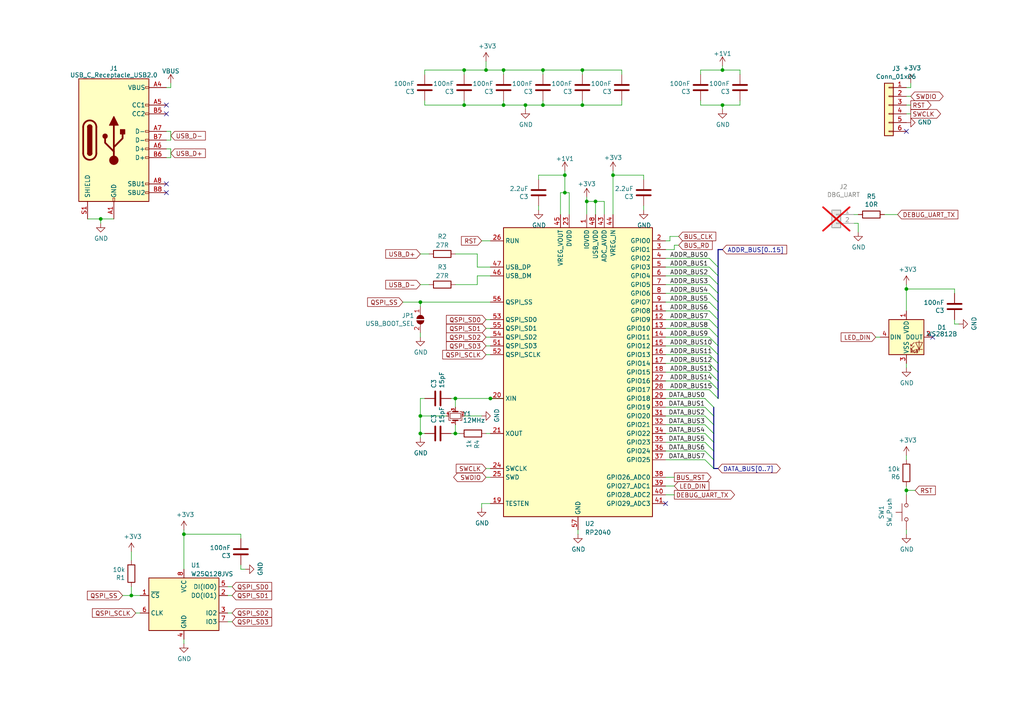
<source format=kicad_sch>
(kicad_sch (version 20230121) (generator eeschema)
  (paper "A4")
  (lib_symbols
    (symbol "Connector:USB_C_Receptacle_USB2.0" (pin_names (offset 1.016))
      (property "Reference" "J" (at -10.16 19.05 0))
      (property "Value" "USB_C_Receptacle_USB2.0" (at 19.05 19.05 0))
      (symbol "USB_C_Receptacle_USB2.0_0_0"
        (rectangle (start -0.254 -17.78) (end 0.254 -16.764))
        (rectangle (start 10.16 -14.986) (end 9.144 -15.494))
        (rectangle (start 10.16 -12.446) (end 9.144 -12.954))
        (rectangle (start 10.16 -4.826) (end 9.144 -5.334))
        (rectangle (start 10.16 -2.286) (end 9.144 -2.794))
        (rectangle (start 10.16 0.254) (end 9.144 -0.254))
        (rectangle (start 10.16 2.794) (end 9.144 2.286))
        (rectangle (start 10.16 7.874) (end 9.144 7.366))
        (rectangle (start 10.16 10.414) (end 9.144 9.906))
        (rectangle (start 10.16 15.494) (end 9.144 14.986))
      )
      (symbol "USB_C_Receptacle_USB2.0_0_1"
        (rectangle (start -10.16 17.78) (end 10.16 -17.78) (stroke (width 0.254)) (fill (type background)))
        (arc (start -8.89 -3.81) (mid -6.985 -5.7067) (end -5.08 -3.81) (stroke (width 0.508)))
        (arc (start -7.62 -3.81) (mid -6.985 -4.4423) (end -6.35 -3.81) (stroke (width 0.254)))
        (arc (start -7.62 -3.81) (mid -6.985 -4.4423) (end -6.35 -3.81) (stroke (width 0.254)) (fill (type outline)))
        (rectangle (start -7.62 -3.81) (end -6.35 3.81) (stroke (width 0.254)) (fill (type outline)))
        (arc (start -6.35 3.81) (mid -6.985 4.4423) (end -7.62 3.81) (stroke (width 0.254)))
        (arc (start -6.35 3.81) (mid -6.985 4.4423) (end -7.62 3.81) (stroke (width 0.254)) (fill (type outline)))
        (arc (start -5.08 3.81) (mid -6.985 5.7067) (end -8.89 3.81) (stroke (width 0.508)))
        (circle (center -2.54 1.143) (radius 0.635) (stroke (width 0.254)) (fill (type outline)))
        (circle (center 0 -5.842) (radius 1.27) (fill (type outline)))
        (polyline (pts (xy -8.89 -3.81) (xy -8.89 3.81)) (stroke (width 0.508)))
        (polyline (pts (xy -5.08 3.81) (xy -5.08 -3.81)) (stroke (width 0.508)))
        (polyline (pts (xy 0 -5.842) (xy 0 4.318)) (stroke (width 0.508)))
        (polyline (pts (xy 0 -3.302) (xy -2.54 -0.762) (xy -2.54 0.508)) (stroke (width 0.508)))
        (polyline (pts (xy 0 -2.032) (xy 2.54 0.508) (xy 2.54 1.778)) (stroke (width 0.508)))
        (polyline (pts (xy -1.27 4.318) (xy 0 6.858) (xy 1.27 4.318) (xy -1.27 4.318)) (stroke (width 0.254)) (fill (type outline)))
        (rectangle (start 1.905 1.778) (end 3.175 3.048) (stroke (width 0.254)) (fill (type outline)))
      )
      (symbol "USB_C_Receptacle_USB2.0_1_1"
        (pin passive line (at 0 -22.86 90) (length 5.08) (name "GND") (number "A1"))
        (pin passive line (at 0 -22.86 90) (length 5.08) hide (name "GND") (number "A12"))
        (pin passive line (at 15.24 15.24 180) (length 5.08) (name "VBUS") (number "A4"))
        (pin bidirectional line (at 15.24 10.16 180) (length 5.08) (name "CC1") (number "A5"))
        (pin bidirectional line (at 15.24 -2.54 180) (length 5.08) (name "D+") (number "A6"))
        (pin bidirectional line (at 15.24 2.54 180) (length 5.08) (name "D-") (number "A7"))
        (pin bidirectional line (at 15.24 -12.7 180) (length 5.08) (name "SBU1") (number "A8"))
        (pin passive line (at 15.24 15.24 180) (length 5.08) hide (name "VBUS") (number "A9"))
        (pin passive line (at 0 -22.86 90) (length 5.08) hide (name "GND") (number "B1"))
        (pin passive line (at 0 -22.86 90) (length 5.08) hide (name "GND") (number "B12"))
        (pin passive line (at 15.24 15.24 180) (length 5.08) hide (name "VBUS") (number "B4"))
        (pin bidirectional line (at 15.24 7.62 180) (length 5.08) (name "CC2") (number "B5"))
        (pin bidirectional line (at 15.24 -5.08 180) (length 5.08) (name "D+") (number "B6"))
        (pin bidirectional line (at 15.24 0 180) (length 5.08) (name "D-") (number "B7"))
        (pin bidirectional line (at 15.24 -15.24 180) (length 5.08) (name "SBU2") (number "B8"))
        (pin passive line (at 15.24 15.24 180) (length 5.08) hide (name "VBUS") (number "B9"))
        (pin passive line (at -7.62 -22.86 90) (length 5.08) (name "SHIELD") (number "S1"))
      )
    )
    (symbol "Connector_Generic:Conn_01x02" (pin_names (offset 1.016) hide)
      (property "Reference" "J" (at 0 2.54 0))
      (property "Value" "Conn_01x02" (at 0 -5.08 0))
      (symbol "Conn_01x02_1_1"
        (rectangle (start -1.27 -2.413) (end 0 -2.667) (stroke (width 0.1524)))
        (rectangle (start -1.27 0.127) (end 0 -0.127) (stroke (width 0.1524)))
        (rectangle (start -1.27 1.27) (end 1.27 -3.81) (stroke (width 0.254)) (fill (type background)))
        (pin passive line (at -5.08 0 0) (length 3.81) (name "Pin_1") (number "1"))
        (pin passive line (at -5.08 -2.54 0) (length 3.81) (name "Pin_2") (number "2"))
      )
    )
    (symbol "Connector_Generic:Conn_01x06" (pin_names (offset 1.016) hide)
      (property "Reference" "J" (at 0 7.62 0))
      (property "Value" "Conn_01x06" (at 0 -10.16 0))
      (symbol "Conn_01x06_1_1"
        (rectangle (start -1.27 -7.493) (end 0 -7.747) (stroke (width 0.1524)))
        (rectangle (start -1.27 -4.953) (end 0 -5.207) (stroke (width 0.1524)))
        (rectangle (start -1.27 -2.413) (end 0 -2.667) (stroke (width 0.1524)))
        (rectangle (start -1.27 0.127) (end 0 -0.127) (stroke (width 0.1524)))
        (rectangle (start -1.27 2.667) (end 0 2.413) (stroke (width 0.1524)))
        (rectangle (start -1.27 5.207) (end 0 4.953) (stroke (width 0.1524)))
        (rectangle (start -1.27 6.35) (end 1.27 -8.89) (stroke (width 0.254)) (fill (type background)))
        (pin passive line (at -5.08 5.08 0) (length 3.81) (name "Pin_1") (number "1"))
        (pin passive line (at -5.08 2.54 0) (length 3.81) (name "Pin_2") (number "2"))
        (pin passive line (at -5.08 0 0) (length 3.81) (name "Pin_3") (number "3"))
        (pin passive line (at -5.08 -2.54 0) (length 3.81) (name "Pin_4") (number "4"))
        (pin passive line (at -5.08 -5.08 0) (length 3.81) (name "Pin_5") (number "5"))
        (pin passive line (at -5.08 -7.62 0) (length 3.81) (name "Pin_6") (number "6"))
      )
    )
    (symbol "Device:C" (pin_numbers hide) (pin_names (offset 0.254))
      (property "Reference" "C" (at 0.635 2.54 0))
      (property "Value" "C" (at 0.635 -2.54 0))
      (symbol "C_0_1"
        (polyline (pts (xy -2.032 -0.762) (xy 2.032 -0.762)) (stroke (width 0.508)))
        (polyline (pts (xy -2.032 0.762) (xy 2.032 0.762)) (stroke (width 0.508)))
      )
      (symbol "C_1_1"
        (pin passive line (at 0 3.81 270) (length 2.794) (name "~") (number "1"))
        (pin passive line (at 0 -3.81 90) (length 2.794) (name "~") (number "2"))
      )
    )
    (symbol "Device:Crystal_GND24_Small" (pin_names (offset 1.016) hide)
      (property "Reference" "Y" (at 1.27 4.445 0))
      (property "Value" "Crystal_GND24_Small" (at 1.27 2.54 0))
      (symbol "Crystal_GND24_Small_0_1"
        (rectangle (start -0.762 -1.524) (end 0.762 1.524))
        (polyline (pts (xy -1.27 -0.762) (xy -1.27 0.762)) (stroke (width 0.381)))
        (polyline (pts (xy 1.27 -0.762) (xy 1.27 0.762)) (stroke (width 0.381)))
        (polyline (pts (xy -1.27 -1.27) (xy -1.27 -1.905) (xy 1.27 -1.905) (xy 1.27 -1.27)))
        (polyline (pts (xy -1.27 1.27) (xy -1.27 1.905) (xy 1.27 1.905) (xy 1.27 1.27)))
      )
      (symbol "Crystal_GND24_Small_1_1"
        (pin passive line (at -2.54 0 0) (length 1.27) (name "1") (number "1"))
        (pin passive line (at 0 -2.54 90) (length 0.635) (name "2") (number "2"))
        (pin passive line (at 2.54 0 180) (length 1.27) (name "3") (number "3"))
        (pin passive line (at 0 2.54 270) (length 0.635) (name "4") (number "4"))
      )
    )
    (symbol "Device:R" (pin_numbers hide) (pin_names (offset 0))
      (property "Reference" "R" (at 2.032 0 90))
      (property "Value" "R" (at 0 0 90))
      (symbol "R_0_1"
        (rectangle (start -1.016 -2.54) (end 1.016 2.54) (stroke (width 0.254)))
      )
      (symbol "R_1_1"
        (pin passive line (at 0 3.81 270) (length 1.27) (name "~") (number "1"))
        (pin passive line (at 0 -3.81 90) (length 1.27) (name "~") (number "2"))
      )
    )
    (symbol "Jumper:SolderJumper_2_Open" (pin_names (offset 0) hide)
      (property "Reference" "JP" (at 0 2.032 0))
      (property "Value" "SolderJumper_2_Open" (at 0 -2.54 0))
      (symbol "SolderJumper_2_Open_0_1"
        (arc (start -0.254 1.016) (mid -1.2656 0) (end -0.254 -1.016))
        (arc (start -0.254 1.016) (mid -1.2656 0) (end -0.254 -1.016) (fill (type outline)))
        (polyline (pts (xy -0.254 1.016) (xy -0.254 -1.016)))
        (polyline (pts (xy 0.254 1.016) (xy 0.254 -1.016)))
        (arc (start 0.254 -1.016) (mid 1.2656 0) (end 0.254 1.016))
        (arc (start 0.254 -1.016) (mid 1.2656 0) (end 0.254 1.016) (fill (type outline)))
      )
      (symbol "SolderJumper_2_Open_1_1"
        (pin passive line (at -3.81 0 0) (length 2.54) (name "A") (number "1"))
        (pin passive line (at 3.81 0 180) (length 2.54) (name "B") (number "2"))
      )
    )
    (symbol "LED:WS2812B" (pin_names (offset 0.254))
      (property "Reference" "D" (at 5.08 5.715 0))
      (property "Value" "WS2812B" (at 1.27 -5.715 0))
      (symbol "WS2812B_0_0"
        (text "RGB" (at 2.286 -4.191 0) (effects (font (size 0.762 0.762))))
      )
      (symbol "WS2812B_0_1"
        (polyline (pts (xy 1.27 -3.556) (xy 1.778 -3.556)))
        (polyline (pts (xy 1.27 -2.54) (xy 1.778 -2.54)))
        (polyline (pts (xy 4.699 -3.556) (xy 2.667 -3.556)))
        (polyline (pts (xy 2.286 -2.54) (xy 1.27 -3.556) (xy 1.27 -3.048)))
        (polyline (pts (xy 2.286 -1.524) (xy 1.27 -2.54) (xy 1.27 -2.032)))
        (polyline (pts (xy 3.683 -1.016) (xy 3.683 -3.556) (xy 3.683 -4.064)))
        (polyline (pts (xy 4.699 -1.524) (xy 2.667 -1.524) (xy 3.683 -3.556) (xy 4.699 -1.524)))
        (rectangle (start 5.08 5.08) (end -5.08 -5.08) (stroke (width 0.254)) (fill (type background)))
      )
      (symbol "WS2812B_1_1"
        (pin power_in line (at 0 7.62 270) (length 2.54) (name "VDD") (number "1"))
        (pin output line (at 7.62 0 180) (length 2.54) (name "DOUT") (number "2"))
        (pin power_in line (at 0 -7.62 90) (length 2.54) (name "VSS") (number "3"))
        (pin input line (at -7.62 0 0) (length 2.54) (name "DIN") (number "4"))
      )
    )
    (symbol "MCU_RaspberryPi:RP2040"
      (property "Reference" "U" (at 17.78 45.72 0))
      (property "Value" "RP2040" (at 17.78 43.18 0))
      (symbol "RP2040_0_1"
        (rectangle (start -21.59 41.91) (end 21.59 -41.91) (stroke (width 0.254)) (fill (type background)))
      )
      (symbol "RP2040_1_1"
        (pin power_in line (at 2.54 45.72 270) (length 3.81) (name "IOVDD") (number "1"))
        (pin passive line (at 2.54 45.72 270) (length 3.81) hide (name "IOVDD") (number "10"))
        (pin bidirectional line (at 25.4 17.78 180) (length 3.81) (name "GPIO8") (number "11"))
        (pin bidirectional line (at 25.4 15.24 180) (length 3.81) (name "GPIO9") (number "12"))
        (pin bidirectional line (at 25.4 12.7 180) (length 3.81) (name "GPIO10") (number "13"))
        (pin bidirectional line (at 25.4 10.16 180) (length 3.81) (name "GPIO11") (number "14"))
        (pin bidirectional line (at 25.4 7.62 180) (length 3.81) (name "GPIO12") (number "15"))
        (pin bidirectional line (at 25.4 5.08 180) (length 3.81) (name "GPIO13") (number "16"))
        (pin bidirectional line (at 25.4 2.54 180) (length 3.81) (name "GPIO14") (number "17"))
        (pin bidirectional line (at 25.4 0 180) (length 3.81) (name "GPIO15") (number "18"))
        (pin input line (at -25.4 -38.1 0) (length 3.81) (name "TESTEN") (number "19"))
        (pin bidirectional line (at 25.4 38.1 180) (length 3.81) (name "GPIO0") (number "2"))
        (pin input line (at -25.4 -7.62 0) (length 3.81) (name "XIN") (number "20"))
        (pin passive line (at -25.4 -17.78 0) (length 3.81) (name "XOUT") (number "21"))
        (pin passive line (at 2.54 45.72 270) (length 3.81) hide (name "IOVDD") (number "22"))
        (pin power_in line (at -2.54 45.72 270) (length 3.81) (name "DVDD") (number "23"))
        (pin output line (at -25.4 -27.94 0) (length 3.81) (name "SWCLK") (number "24"))
        (pin bidirectional line (at -25.4 -30.48 0) (length 3.81) (name "SWD") (number "25"))
        (pin input line (at -25.4 38.1 0) (length 3.81) (name "RUN") (number "26"))
        (pin bidirectional line (at 25.4 -2.54 180) (length 3.81) (name "GPIO16") (number "27"))
        (pin bidirectional line (at 25.4 -5.08 180) (length 3.81) (name "GPIO17") (number "28"))
        (pin bidirectional line (at 25.4 -7.62 180) (length 3.81) (name "GPIO18") (number "29"))
        (pin bidirectional line (at 25.4 35.56 180) (length 3.81) (name "GPIO1") (number "3"))
        (pin bidirectional line (at 25.4 -10.16 180) (length 3.81) (name "GPIO19") (number "30"))
        (pin bidirectional line (at 25.4 -12.7 180) (length 3.81) (name "GPIO20") (number "31"))
        (pin bidirectional line (at 25.4 -15.24 180) (length 3.81) (name "GPIO21") (number "32"))
        (pin passive line (at 2.54 45.72 270) (length 3.81) hide (name "IOVDD") (number "33"))
        (pin bidirectional line (at 25.4 -17.78 180) (length 3.81) (name "GPIO22") (number "34"))
        (pin bidirectional line (at 25.4 -20.32 180) (length 3.81) (name "GPIO23") (number "35"))
        (pin bidirectional line (at 25.4 -22.86 180) (length 3.81) (name "GPIO24") (number "36"))
        (pin bidirectional line (at 25.4 -25.4 180) (length 3.81) (name "GPIO25") (number "37"))
        (pin bidirectional line (at 25.4 -30.48 180) (length 3.81) (name "GPIO26_ADC0") (number "38"))
        (pin bidirectional line (at 25.4 -33.02 180) (length 3.81) (name "GPIO27_ADC1") (number "39"))
        (pin bidirectional line (at 25.4 33.02 180) (length 3.81) (name "GPIO2") (number "4"))
        (pin bidirectional line (at 25.4 -35.56 180) (length 3.81) (name "GPIO28_ADC2") (number "40"))
        (pin bidirectional line (at 25.4 -38.1 180) (length 3.81) (name "GPIO29_ADC3") (number "41"))
        (pin passive line (at 2.54 45.72 270) (length 3.81) hide (name "IOVDD") (number "42"))
        (pin power_in line (at 7.62 45.72 270) (length 3.81) (name "ADC_AVDD") (number "43"))
        (pin power_in line (at 10.16 45.72 270) (length 3.81) (name "VREG_IN") (number "44"))
        (pin power_out line (at -5.08 45.72 270) (length 3.81) (name "VREG_VOUT") (number "45"))
        (pin bidirectional line (at -25.4 27.94 0) (length 3.81) (name "USB_DM") (number "46"))
        (pin bidirectional line (at -25.4 30.48 0) (length 3.81) (name "USB_DP") (number "47"))
        (pin power_in line (at 5.08 45.72 270) (length 3.81) (name "USB_VDD") (number "48"))
        (pin passive line (at 2.54 45.72 270) (length 3.81) hide (name "IOVDD") (number "49"))
        (pin bidirectional line (at 25.4 30.48 180) (length 3.81) (name "GPIO3") (number "5"))
        (pin passive line (at -2.54 45.72 270) (length 3.81) hide (name "DVDD") (number "50"))
        (pin bidirectional line (at -25.4 7.62 0) (length 3.81) (name "QSPI_SD3") (number "51"))
        (pin output line (at -25.4 5.08 0) (length 3.81) (name "QSPI_SCLK") (number "52"))
        (pin bidirectional line (at -25.4 15.24 0) (length 3.81) (name "QSPI_SD0") (number "53"))
        (pin bidirectional line (at -25.4 10.16 0) (length 3.81) (name "QSPI_SD2") (number "54"))
        (pin bidirectional line (at -25.4 12.7 0) (length 3.81) (name "QSPI_SD1") (number "55"))
        (pin bidirectional line (at -25.4 20.32 0) (length 3.81) (name "QSPI_SS") (number "56"))
        (pin power_in line (at 0 -45.72 90) (length 3.81) (name "GND") (number "57"))
        (pin bidirectional line (at 25.4 27.94 180) (length 3.81) (name "GPIO4") (number "6"))
        (pin bidirectional line (at 25.4 25.4 180) (length 3.81) (name "GPIO5") (number "7"))
        (pin bidirectional line (at 25.4 22.86 180) (length 3.81) (name "GPIO6") (number "8"))
        (pin bidirectional line (at 25.4 20.32 180) (length 3.81) (name "GPIO7") (number "9"))
      )
    )
    (symbol "Memory_Flash:W25Q128JVS"
      (property "Reference" "U" (at -8.89 8.89 0))
      (property "Value" "W25Q128JVS" (at 7.62 8.89 0))
      (symbol "W25Q128JVS_0_1"
        (rectangle (start -10.16 7.62) (end 10.16 -7.62) (stroke (width 0.254)) (fill (type background)))
      )
      (symbol "W25Q128JVS_1_1"
        (pin input line (at -12.7 2.54 0) (length 2.54) (name "~{CS}") (number "1"))
        (pin bidirectional line (at 12.7 2.54 180) (length 2.54) (name "DO(IO1)") (number "2"))
        (pin bidirectional line (at 12.7 -2.54 180) (length 2.54) (name "IO2") (number "3"))
        (pin power_in line (at 0 -10.16 90) (length 2.54) (name "GND") (number "4"))
        (pin bidirectional line (at 12.7 5.08 180) (length 2.54) (name "DI(IO0)") (number "5"))
        (pin input line (at -12.7 -2.54 0) (length 2.54) (name "CLK") (number "6"))
        (pin bidirectional line (at 12.7 -5.08 180) (length 2.54) (name "IO3") (number "7"))
        (pin power_in line (at 0 10.16 270) (length 2.54) (name "VCC") (number "8"))
      )
    )
    (symbol "Switch:SW_Push" (pin_numbers hide) (pin_names (offset 1.016) hide)
      (property "Reference" "SW" (at 1.27 2.54 0))
      (property "Value" "SW_Push" (at 0 -1.524 0))
      (symbol "SW_Push_0_1"
        (circle (center -2.032 0) (radius 0.508))
        (polyline (pts (xy 0 1.27) (xy 0 3.048)))
        (polyline (pts (xy 2.54 1.27) (xy -2.54 1.27)))
        (circle (center 2.032 0) (radius 0.508))
        (pin passive line (at -5.08 0 0) (length 2.54) (name "1") (number "1"))
        (pin passive line (at 5.08 0 180) (length 2.54) (name "2") (number "2"))
      )
    )
    (symbol "power:+1V1" (power) (pin_names (offset 0))
      (property "Value" "+1V1" (at 0 3.556 0))
      (symbol "+1V1_0_1"
        (polyline (pts (xy -0.762 1.27) (xy 0 2.54)))
        (polyline (pts (xy 0 0) (xy 0 2.54)))
        (polyline (pts (xy 0 2.54) (xy 0.762 1.27)))
      )
      (symbol "+1V1_1_1"
        (pin power_in line (at 0 0 90) (length 0) hide (name "+1V1") (number "1"))
      )
    )
    (symbol "power:+3V3" (power) (pin_names (offset 0))
      (property "Value" "+3V3" (at 0 3.556 0))
      (symbol "+3V3_0_1"
        (polyline (pts (xy -0.762 1.27) (xy 0 2.54)))
        (polyline (pts (xy 0 0) (xy 0 2.54)))
        (polyline (pts (xy 0 2.54) (xy 0.762 1.27)))
      )
      (symbol "+3V3_1_1"
        (pin power_in line (at 0 0 90) (length 0) hide (name "+3V3") (number "1"))
      )
    )
    (symbol "power:GND" (power) (pin_names (offset 0))
      (property "Value" "GND" (at 0 -3.81 0))
      (symbol "GND_0_1"
        (polyline (pts (xy 0 0) (xy 0 -1.27) (xy 1.27 -1.27) (xy 0 -2.54) (xy -1.27 -1.27) (xy 0 -1.27)))
      )
      (symbol "GND_1_1"
        (pin power_in line (at 0 0 270) (length 0) hide (name "GND") (number "1"))
      )
    )
    (symbol "power:VBUS" (power) (pin_names (offset 0))
      (property "Value" "VBUS" (at 0 3.81 0))
      (symbol "VBUS_0_1"
        (polyline (pts (xy -0.762 1.27) (xy 0 2.54)))
        (polyline (pts (xy 0 0) (xy 0 2.54)))
        (polyline (pts (xy 0 2.54) (xy 0.762 1.27)))
      )
      (symbol "VBUS_1_1"
        (pin power_in line (at 0 0 90) (length 0) hide (name "VBUS") (number "1"))
      )
    )
  )
  (junction (at 163.83 50.8))
  (junction (at 121.92 120.65))
  (junction (at 38.1 172.72))
  (junction (at 53.34 154.94))
  (junction (at 170.18 58.42))
  (junction (at 168.91 30.48))
  (junction (at 121.92 125.73))
  (junction (at 134.62 30.48))
  (junction (at 209.55 30.48))
  (junction (at 163.83 55.88))
  (junction (at 152.4 30.48))
  (junction (at 134.62 20.32))
  (junction (at 157.48 20.32))
  (junction (at 262.89 83.82))
  (junction (at 146.05 30.48))
  (junction (at 168.91 20.32))
  (junction (at 262.89 142.24))
  (junction (at 209.55 20.32))
  (junction (at 172.72 58.42))
  (junction (at 140.97 20.32))
  (junction (at 29.21 63.5))
  (junction (at 142.24 115.57))
  (junction (at 146.05 20.32))
  (junction (at 132.08 115.57))
  (junction (at 177.8 50.8))
  (junction (at 132.08 125.73))
  (junction (at 157.48 30.48))
  (junction (at 121.92 87.63))
  (no_connect (at 270.51 97.79))
  (no_connect (at 48.26 53.34))
  (no_connect (at 262.89 38.1))
  (no_connect (at 193.04 146.05))
  (no_connect (at 48.26 55.88))
  (no_connect (at 48.26 33.02))
  (no_connect (at 48.26 30.48))
  (bus_entry (at 204.47 125.73) (size 2.54 2.54))
  (bus_entry (at 205.74 100.33) (size 2.54 2.54))
  (bus_entry (at 205.74 110.49) (size 2.54 2.54))
  (bus_entry (at 204.47 120.65) (size 2.54 2.54))
  (bus_entry (at 205.74 85.09) (size 2.54 2.54))
  (bus_entry (at 205.74 105.41) (size 2.54 2.54))
  (bus_entry (at 205.74 113.03) (size 2.54 2.54))
  (bus_entry (at 205.74 97.79) (size 2.54 2.54))
  (bus_entry (at 204.47 118.11) (size 2.54 2.54))
  (bus_entry (at 204.47 128.27) (size 2.54 2.54))
  (bus_entry (at 204.47 130.81) (size 2.54 2.54))
  (bus_entry (at 205.74 102.87) (size 2.54 2.54))
  (bus_entry (at 205.74 77.47) (size 2.54 2.54))
  (bus_entry (at 205.74 90.17) (size 2.54 2.54))
  (bus_entry (at 204.47 123.19) (size 2.54 2.54))
  (bus_entry (at 204.47 115.57) (size 2.54 2.54))
  (bus_entry (at 205.74 92.71) (size 2.54 2.54))
  (bus_entry (at 205.74 95.25) (size 2.54 2.54))
  (bus_entry (at 204.47 133.35) (size 2.54 2.54))
  (bus_entry (at 205.74 107.95) (size 2.54 2.54))
  (bus_entry (at 205.74 80.01) (size 2.54 2.54))
  (bus_entry (at 205.74 87.63) (size 2.54 2.54))
  (bus_entry (at 205.74 74.93) (size 2.54 2.54))
  (bus_entry (at 205.74 82.55) (size 2.54 2.54))
  (bus (pts (xy 208.28 102.87) (xy 208.28 105.41)))
  (bus (pts (xy 208.28 110.49) (xy 208.28 113.03)))
  (wire (pts (xy 193.04 87.63) (xy 205.74 87.63)))
  (wire (pts (xy 140.97 20.32) (xy 146.05 20.32)))
  (wire (pts (xy 48.26 45.72) (xy 49.53 45.72)))
  (wire (pts (xy 140.97 17.78) (xy 140.97 20.32)))
  (wire (pts (xy 140.97 135.89) (xy 142.24 135.89)))
  (bus (pts (xy 207.01 133.35) (xy 207.01 135.89)))
  (bus (pts (xy 208.28 72.39) (xy 209.55 72.39)))
  (wire (pts (xy 193.04 100.33) (xy 205.74 100.33)))
  (wire (pts (xy 121.92 87.63) (xy 121.92 88.9)))
  (wire (pts (xy 66.04 180.34) (xy 67.31 180.34)))
  (wire (pts (xy 140.97 138.43) (xy 142.24 138.43)))
  (wire (pts (xy 168.91 30.48) (xy 180.34 30.48)))
  (wire (pts (xy 209.55 30.48) (xy 209.55 31.75)))
  (wire (pts (xy 262.89 132.08) (xy 262.89 133.35)))
  (wire (pts (xy 157.48 20.32) (xy 157.48 21.59)))
  (wire (pts (xy 152.4 30.48) (xy 152.4 31.75)))
  (wire (pts (xy 138.43 73.66) (xy 138.43 77.47)))
  (bus (pts (xy 207.01 123.19) (xy 207.01 125.73)))
  (wire (pts (xy 180.34 29.21) (xy 180.34 30.48)))
  (wire (pts (xy 132.08 125.73) (xy 133.35 125.73)))
  (wire (pts (xy 157.48 20.32) (xy 168.91 20.32)))
  (wire (pts (xy 69.85 154.94) (xy 69.85 156.21)))
  (wire (pts (xy 146.05 29.21) (xy 146.05 30.48)))
  (wire (pts (xy 209.55 19.05) (xy 209.55 20.32)))
  (bus (pts (xy 208.28 95.25) (xy 208.28 97.79)))
  (wire (pts (xy 140.97 125.73) (xy 142.24 125.73)))
  (wire (pts (xy 49.53 25.4) (xy 49.53 24.13)))
  (wire (pts (xy 196.85 68.58) (xy 194.31 68.58)))
  (wire (pts (xy 157.48 29.21) (xy 157.48 30.48)))
  (wire (pts (xy 53.34 153.67) (xy 53.34 154.94)))
  (wire (pts (xy 163.83 55.88) (xy 165.1 55.88)))
  (wire (pts (xy 193.04 92.71) (xy 205.74 92.71)))
  (wire (pts (xy 193.04 118.11) (xy 204.47 118.11)))
  (bus (pts (xy 208.28 77.47) (xy 208.28 80.01)))
  (bus (pts (xy 207.01 118.11) (xy 207.01 120.65)))
  (wire (pts (xy 276.86 93.98) (xy 278.13 93.98)))
  (wire (pts (xy 121.92 120.65) (xy 121.92 115.57)))
  (wire (pts (xy 172.72 58.42) (xy 175.26 58.42)))
  (wire (pts (xy 170.18 58.42) (xy 170.18 57.15)))
  (wire (pts (xy 193.04 80.01) (xy 205.74 80.01)))
  (bus (pts (xy 208.28 135.89) (xy 207.01 135.89)))
  (wire (pts (xy 193.04 97.79) (xy 205.74 97.79)))
  (wire (pts (xy 121.92 96.52) (xy 121.92 97.79)))
  (wire (pts (xy 177.8 50.8) (xy 186.69 50.8)))
  (bus (pts (xy 207.01 125.73) (xy 207.01 128.27)))
  (wire (pts (xy 25.4 63.5) (xy 29.21 63.5)))
  (wire (pts (xy 209.55 20.32) (xy 214.63 20.32)))
  (wire (pts (xy 69.85 165.1) (xy 71.12 165.1)))
  (wire (pts (xy 193.04 82.55) (xy 205.74 82.55)))
  (wire (pts (xy 265.43 142.24) (xy 262.89 142.24)))
  (wire (pts (xy 170.18 58.42) (xy 172.72 58.42)))
  (wire (pts (xy 157.48 30.48) (xy 168.91 30.48)))
  (wire (pts (xy 193.04 90.17) (xy 205.74 90.17)))
  (wire (pts (xy 193.04 107.95) (xy 205.74 107.95)))
  (wire (pts (xy 247.65 64.77) (xy 248.92 64.77)))
  (wire (pts (xy 49.53 38.1) (xy 49.53 40.64)))
  (wire (pts (xy 195.58 71.12) (xy 196.85 71.12)))
  (wire (pts (xy 163.83 50.8) (xy 163.83 55.88)))
  (wire (pts (xy 140.97 102.87) (xy 142.24 102.87)))
  (wire (pts (xy 168.91 29.21) (xy 168.91 30.48)))
  (wire (pts (xy 168.91 20.32) (xy 180.34 20.32)))
  (wire (pts (xy 53.34 185.42) (xy 53.34 186.69)))
  (wire (pts (xy 38.1 170.18) (xy 38.1 172.72)))
  (wire (pts (xy 167.64 153.67) (xy 167.64 154.94)))
  (wire (pts (xy 38.1 160.02) (xy 38.1 162.56)))
  (wire (pts (xy 132.08 115.57) (xy 132.08 118.11)))
  (wire (pts (xy 38.1 172.72) (xy 40.64 172.72)))
  (wire (pts (xy 53.34 154.94) (xy 69.85 154.94)))
  (wire (pts (xy 170.18 62.23) (xy 170.18 58.42)))
  (wire (pts (xy 203.2 30.48) (xy 209.55 30.48)))
  (wire (pts (xy 132.08 82.55) (xy 138.43 82.55)))
  (wire (pts (xy 39.37 177.8) (xy 40.64 177.8)))
  (wire (pts (xy 256.54 62.23) (xy 260.35 62.23)))
  (wire (pts (xy 48.26 25.4) (xy 49.53 25.4)))
  (wire (pts (xy 121.92 125.73) (xy 121.92 120.65)))
  (wire (pts (xy 193.04 72.39) (xy 195.58 72.39)))
  (wire (pts (xy 134.62 20.32) (xy 134.62 21.59)))
  (wire (pts (xy 186.69 59.69) (xy 186.69 60.96)))
  (wire (pts (xy 163.83 49.53) (xy 163.83 50.8)))
  (wire (pts (xy 121.92 120.65) (xy 129.54 120.65)))
  (wire (pts (xy 132.08 73.66) (xy 138.43 73.66)))
  (wire (pts (xy 262.89 140.97) (xy 262.89 142.24)))
  (wire (pts (xy 123.19 20.32) (xy 134.62 20.32)))
  (wire (pts (xy 177.8 49.53) (xy 177.8 50.8)))
  (wire (pts (xy 142.24 146.05) (xy 139.7 146.05)))
  (wire (pts (xy 254 97.79) (xy 255.27 97.79)))
  (wire (pts (xy 203.2 29.21) (xy 203.2 30.48)))
  (wire (pts (xy 146.05 20.32) (xy 146.05 21.59)))
  (wire (pts (xy 140.97 97.79) (xy 142.24 97.79)))
  (bus (pts (xy 208.28 72.39) (xy 208.28 77.47)))
  (wire (pts (xy 130.81 115.57) (xy 132.08 115.57)))
  (wire (pts (xy 276.86 92.71) (xy 276.86 93.98)))
  (bus (pts (xy 208.28 107.95) (xy 208.28 110.49)))
  (bus (pts (xy 208.28 97.79) (xy 208.28 100.33)))
  (wire (pts (xy 195.58 72.39) (xy 195.58 71.12)))
  (wire (pts (xy 248.92 67.31) (xy 248.92 64.77)))
  (wire (pts (xy 134.62 29.21) (xy 134.62 30.48)))
  (wire (pts (xy 264.16 25.4) (xy 264.16 24.13)))
  (wire (pts (xy 165.1 55.88) (xy 165.1 62.23)))
  (wire (pts (xy 140.97 100.33) (xy 142.24 100.33)))
  (wire (pts (xy 152.4 30.48) (xy 157.48 30.48)))
  (wire (pts (xy 139.7 146.05) (xy 139.7 147.32)))
  (wire (pts (xy 69.85 163.83) (xy 69.85 165.1)))
  (wire (pts (xy 66.04 170.18) (xy 67.31 170.18)))
  (bus (pts (xy 208.28 92.71) (xy 208.28 95.25)))
  (wire (pts (xy 193.04 110.49) (xy 205.74 110.49)))
  (wire (pts (xy 262.89 105.41) (xy 262.89 106.68)))
  (wire (pts (xy 247.65 62.23) (xy 248.92 62.23)))
  (bus (pts (xy 208.28 82.55) (xy 208.28 85.09)))
  (wire (pts (xy 134.62 20.32) (xy 140.97 20.32)))
  (wire (pts (xy 262.89 142.24) (xy 262.89 143.51)))
  (wire (pts (xy 193.04 115.57) (xy 204.47 115.57)))
  (wire (pts (xy 146.05 30.48) (xy 134.62 30.48)))
  (wire (pts (xy 214.63 20.32) (xy 214.63 21.59)))
  (wire (pts (xy 262.89 33.02) (xy 264.16 33.02)))
  (wire (pts (xy 203.2 21.59) (xy 203.2 20.32)))
  (wire (pts (xy 121.92 87.63) (xy 142.24 87.63)))
  (bus (pts (xy 208.28 100.33) (xy 208.28 102.87)))
  (wire (pts (xy 194.31 68.58) (xy 194.31 69.85)))
  (bus (pts (xy 208.28 87.63) (xy 208.28 90.17)))
  (wire (pts (xy 121.92 127) (xy 121.92 125.73)))
  (wire (pts (xy 262.89 83.82) (xy 262.89 90.17)))
  (bus (pts (xy 207.01 130.81) (xy 207.01 133.35)))
  (bus (pts (xy 208.28 105.41) (xy 208.28 107.95)))
  (wire (pts (xy 138.43 77.47) (xy 142.24 77.47)))
  (wire (pts (xy 193.04 77.47) (xy 205.74 77.47)))
  (wire (pts (xy 53.34 154.94) (xy 53.34 165.1)))
  (wire (pts (xy 48.26 38.1) (xy 49.53 38.1)))
  (wire (pts (xy 193.04 85.09) (xy 205.74 85.09)))
  (wire (pts (xy 262.89 153.67) (xy 262.89 154.94)))
  (wire (pts (xy 123.19 21.59) (xy 123.19 20.32)))
  (wire (pts (xy 262.89 27.94) (xy 264.16 27.94)))
  (wire (pts (xy 130.81 125.73) (xy 132.08 125.73)))
  (wire (pts (xy 146.05 115.57) (xy 142.24 115.57)))
  (wire (pts (xy 29.21 63.5) (xy 29.21 64.77)))
  (wire (pts (xy 214.63 30.48) (xy 214.63 29.21)))
  (wire (pts (xy 121.92 73.66) (xy 124.46 73.66)))
  (wire (pts (xy 146.05 20.32) (xy 157.48 20.32)))
  (wire (pts (xy 193.04 120.65) (xy 204.47 120.65)))
  (wire (pts (xy 48.26 43.18) (xy 49.53 43.18)))
  (wire (pts (xy 134.62 120.65) (xy 139.7 120.65)))
  (wire (pts (xy 142.24 80.01) (xy 138.43 80.01)))
  (wire (pts (xy 262.89 25.4) (xy 264.16 25.4)))
  (wire (pts (xy 140.97 92.71) (xy 142.24 92.71)))
  (wire (pts (xy 193.04 138.43) (xy 195.58 138.43)))
  (wire (pts (xy 29.21 63.5) (xy 33.02 63.5)))
  (wire (pts (xy 193.04 125.73) (xy 204.47 125.73)))
  (wire (pts (xy 162.56 55.88) (xy 163.83 55.88)))
  (wire (pts (xy 193.04 74.93) (xy 205.74 74.93)))
  (wire (pts (xy 193.04 95.25) (xy 205.74 95.25)))
  (wire (pts (xy 121.92 125.73) (xy 123.19 125.73)))
  (wire (pts (xy 140.97 95.25) (xy 142.24 95.25)))
  (wire (pts (xy 203.2 20.32) (xy 209.55 20.32)))
  (wire (pts (xy 193.04 133.35) (xy 204.47 133.35)))
  (wire (pts (xy 194.31 69.85) (xy 193.04 69.85)))
  (wire (pts (xy 172.72 58.42) (xy 172.72 62.23)))
  (wire (pts (xy 146.05 30.48) (xy 152.4 30.48)))
  (wire (pts (xy 276.86 83.82) (xy 276.86 85.09)))
  (wire (pts (xy 35.56 172.72) (xy 38.1 172.72)))
  (bus (pts (xy 207.01 128.27) (xy 207.01 130.81)))
  (bus (pts (xy 208.28 90.17) (xy 208.28 92.71)))
  (wire (pts (xy 66.04 177.8) (xy 67.31 177.8)))
  (wire (pts (xy 193.04 143.51) (xy 195.58 143.51)))
  (bus (pts (xy 208.28 80.01) (xy 208.28 82.55)))
  (wire (pts (xy 132.08 115.57) (xy 142.24 115.57)))
  (wire (pts (xy 162.56 55.88) (xy 162.56 62.23)))
  (wire (pts (xy 209.55 30.48) (xy 214.63 30.48)))
  (wire (pts (xy 156.21 52.07) (xy 156.21 50.8)))
  (wire (pts (xy 193.04 102.87) (xy 205.74 102.87)))
  (wire (pts (xy 138.43 80.01) (xy 138.43 82.55)))
  (bus (pts (xy 208.28 113.03) (xy 208.28 115.57)))
  (wire (pts (xy 193.04 123.19) (xy 204.47 123.19)))
  (wire (pts (xy 193.04 140.97) (xy 195.58 140.97)))
  (wire (pts (xy 262.89 82.55) (xy 262.89 83.82)))
  (wire (pts (xy 48.26 40.64) (xy 49.53 40.64)))
  (wire (pts (xy 139.7 69.85) (xy 142.24 69.85)))
  (wire (pts (xy 66.04 172.72) (xy 67.31 172.72)))
  (wire (pts (xy 180.34 20.32) (xy 180.34 21.59)))
  (wire (pts (xy 116.84 87.63) (xy 121.92 87.63)))
  (wire (pts (xy 175.26 58.42) (xy 175.26 62.23)))
  (wire (pts (xy 156.21 59.69) (xy 156.21 60.96)))
  (wire (pts (xy 123.19 30.48) (xy 123.19 29.21)))
  (bus (pts (xy 208.28 85.09) (xy 208.28 87.63)))
  (wire (pts (xy 186.69 52.07) (xy 186.69 50.8)))
  (wire (pts (xy 121.92 82.55) (xy 124.46 82.55)))
  (wire (pts (xy 134.62 30.48) (xy 123.19 30.48)))
  (wire (pts (xy 193.04 130.81) (xy 204.47 130.81)))
  (wire (pts (xy 262.89 83.82) (xy 276.86 83.82)))
  (wire (pts (xy 121.92 115.57) (xy 123.19 115.57)))
  (wire (pts (xy 156.21 50.8) (xy 163.83 50.8)))
  (wire (pts (xy 132.08 123.19) (xy 132.08 125.73)))
  (wire (pts (xy 262.89 30.48) (xy 264.16 30.48)))
  (wire (pts (xy 193.04 105.41) (xy 205.74 105.41)))
  (wire (pts (xy 168.91 20.32) (xy 168.91 21.59)))
  (wire (pts (xy 193.04 113.03) (xy 205.74 113.03)))
  (bus (pts (xy 207.01 120.65) (xy 207.01 123.19)))
  (wire (pts (xy 193.04 128.27) (xy 204.47 128.27)))
  (wire (pts (xy 177.8 50.8) (xy 177.8 62.23)))
  (wire (pts (xy 49.53 43.18) (xy 49.53 45.72)))
  (label "ADDR_BUS0" (at 194.31 74.93 0))
  (label "DATA_BUS5" (at 204.47 128.27 180))
  (label "ADDR_BUS1" (at 194.31 77.47 0))
  (label "DATA_BUS2" (at 204.47 120.65 180))
  (label "DATA_BUS0" (at 204.47 115.57 180))
  (label "ADDR_BUS6" (at 194.31 90.17 0))
  (label "ADDR_BUS2" (at 194.31 80.01 0))
  (label "DATA_BUS4" (at 204.47 125.73 180))
  (label "ADDR_BUS4" (at 194.31 85.09 0))
  (label "ADDR_BUS13" (at 194.31 107.95 0))
  (label "ADDR_BUS15" (at 194.31 113.03 0))
  (label "ADDR_BUS9" (at 194.31 97.79 0))
  (label "ADDR_BUS14" (at 194.31 110.49 0))
  (label "ADDR_BUS3" (at 194.31 82.55 0))
  (label "ADDR_BUS7" (at 194.31 92.71 0))
  (label "DATA_BUS6" (at 204.47 130.81 180))
  (label "DATA_BUS7" (at 204.47 133.35 180))
  (label "DATA_BUS3" (at 204.47 123.19 180))
  (label "ADDR_BUS5" (at 194.31 87.63 0))
  (label "ADDR_BUS12" (at 194.31 105.41 0))
  (label "ADDR_BUS11" (at 194.31 102.87 0))
  (label "ADDR_BUS8" (at 194.31 95.25 0))
  (label "ADDR_BUS10" (at 194.31 100.33 0))
  (label "DATA_BUS1" (at 204.47 118.11 180))
  (global_label "QSPI_SCLK" (shape input) (at 39.37 177.8 180) (property "Intersheetrefs" "${INTERSHEET_REFS}" (effects hide)))
  (global_label "QSPI_SD1" (shape input) (at 67.31 172.72 0) (property "Intersheetrefs" "${INTERSHEET_REFS}" (effects hide)))
  (global_label "QSPI_SD0" (shape input) (at 67.31 170.18 0) (property "Intersheetrefs" "${INTERSHEET_REFS}" (effects hide)))
  (global_label "ADDR_BUS[0..15]" (shape input) (at 209.55 72.39 0) (property "Intersheetrefs" "${INTERSHEET_REFS}" (effects hide)))
  (global_label "DATA_BUS[0..7]" (shape bidirectional) (at 208.28 135.89 0) (property "Intersheetrefs" "${INTERSHEET_REFS}" (effects hide)))
  (global_label "DEBUG_UART_TX" (shape input) (at 260.35 62.23 0) (property "Intersheetrefs" "${INTERSHEET_REFS}" (effects hide)))
  (global_label "BUS_RD" (shape input) (at 196.85 71.12 0) (property "Intersheetrefs" "${INTERSHEET_REFS}" (effects hide)))
  (global_label "QSPI_SS" (shape input) (at 35.56 172.72 180) (property "Intersheetrefs" "${INTERSHEET_REFS}" (effects hide)))
  (global_label "SWCLK" (shape input) (at 140.97 135.89 180) (property "Intersheetrefs" "${INTERSHEET_REFS}" (effects hide)))
  (global_label "RST" (shape input) (at 139.7 69.85 180) (property "Intersheetrefs" "${INTERSHEET_REFS}" (effects hide)))
  (global_label "LED_DIN" (shape input) (at 254 97.79 180) (property "Intersheetrefs" "${INTERSHEET_REFS}" (effects hide)))
  (global_label "USB_D-" (shape input) (at 49.53 39.37 0) (property "Intersheetrefs" "${INTERSHEET_REFS}" (effects hide)))
  (global_label "QSPI_SCLK" (shape input) (at 140.97 102.87 180) (property "Intersheetrefs" "${INTERSHEET_REFS}" (effects hide)))
  (global_label "SWCLK" (shape output) (at 264.16 33.02 0) (property "Intersheetrefs" "${INTERSHEET_REFS}" (effects hide)))
  (global_label "QSPI_SD0" (shape input) (at 140.97 92.71 180) (property "Intersheetrefs" "${INTERSHEET_REFS}" (effects hide)))
  (global_label "USB_D+" (shape input) (at 49.53 44.45 0) (property "Intersheetrefs" "${INTERSHEET_REFS}" (effects hide)))
  (global_label "RST" (shape output) (at 264.16 30.48 0) (property "Intersheetrefs" "${INTERSHEET_REFS}" (effects hide)))
  (global_label "QSPI_SD3" (shape input) (at 140.97 100.33 180) (property "Intersheetrefs" "${INTERSHEET_REFS}" (effects hide)))
  (global_label "QSPI_SD2" (shape input) (at 140.97 97.79 180) (property "Intersheetrefs" "${INTERSHEET_REFS}" (effects hide)))
  (global_label "USB_D-" (shape input) (at 121.92 82.55 180) (property "Intersheetrefs" "${INTERSHEET_REFS}" (effects hide)))
  (global_label "USB_D+" (shape input) (at 121.92 73.66 180) (property "Intersheetrefs" "${INTERSHEET_REFS}" (effects hide)))
  (global_label "RST" (shape input) (at 265.43 142.24 0) (property "Intersheetrefs" "${INTERSHEET_REFS}" (effects hide)))
  (global_label "SWDIO" (shape bidirectional) (at 264.16 27.94 0) (property "Intersheetrefs" "${INTERSHEET_REFS}" (effects hide)))
  (global_label "QSPI_SD2" (shape input) (at 67.31 177.8 0) (property "Intersheetrefs" "${INTERSHEET_REFS}" (effects hide)))
  (global_label "DEBUG_UART_TX" (shape output) (at 195.58 143.51 0) (property "Intersheetrefs" "${INTERSHEET_REFS}" (effects hide)))
  (global_label "BUS_RST" (shape output) (at 195.58 138.43 0) (property "Intersheetrefs" "${INTERSHEET_REFS}" (effects hide)))
  (global_label "QSPI_SD1" (shape input) (at 140.97 95.25 180) (property "Intersheetrefs" "${INTERSHEET_REFS}" (effects hide)))
  (global_label "QSPI_SD3" (shape input) (at 67.31 180.34 0) (property "Intersheetrefs" "${INTERSHEET_REFS}" (effects hide)))
  (global_label "LED_DIN" (shape input) (at 195.58 140.97 0) (property "Intersheetrefs" "${INTERSHEET_REFS}" (effects hide)))
  (global_label "SWDIO" (shape bidirectional) (at 140.97 138.43 180) (property "Intersheetrefs" "${INTERSHEET_REFS}" (effects hide)))
  (global_label "QSPI_SS" (shape input) (at 116.84 87.63 180) (property "Intersheetrefs" "${INTERSHEET_REFS}" (effects hide)))
  (global_label "BUS_CLK" (shape input) (at 196.85 68.58 0) (property "Intersheetrefs" "${INTERSHEET_REFS}" (effects hide)))
  (symbol (lib_id "LED:WS2812B") (at 262.89 97.79 0) (unit 1)
    (property "Reference" "D1" (at 273.1879 94.9579 0))
    (property "Value" "WS2812B" (at 273.1879 96.8789 0))
    (property "Footprint" "LED_SMD:LED_WS2812B_PLCC4_5.0x5.0mm_P3.2mm" (effects hide))
    (property "Datasheet" "https://cdn-shop.adafruit.com/datasheets/WS2812B.pdf" (effects hide))
    (property "LCSC" "C2761795" (effects hide))
  )
  (symbol (lib_id "Device:C") (at 134.62 25.4 180) (unit 1)
    (property "Reference" "C3" (at 131.699 26.5684 0) (effects (justify left)))
    (property "Value" "100nF" (at 131.699 24.257 0) (effects (justify left)))
    (property "Footprint" "Capacitor_SMD:C_0402_1005Metric_Pad0.74x0.62mm_HandSolder" (effects hide))
    (instances (project "GameboyCartridgeV1.1" (path "" (reference "C3") (unit 1)) (path "" (reference "C5") (unit 1))))
  )
  (symbol (lib_id "Connector:USB_C_Receptacle_USB2.0") (at 33.02 40.64 0) (unit 1)
    (property "Reference" "J1" (at 33.02 19.8501 0))
    (property "Value" "USB_C_Receptacle_USB2.0" (at 33.02 21.7711 0))
    (property "Footprint" "Connector_USB:USB_C_Receptacle_GCT_USB4105-xx-A_16P_TopMnt_Horizontal" (effects hide))
    (property "Datasheet" "https://www.usb.org/sites/default/files/documents/usb_type-c.zip" (effects hide))
    (property "LCSC" "C2927037" (effects hide))
  )
  (symbol (lib_id "power:GND") (at 156.21 60.96 0) (unit 1)
    (property "Reference" "#PWR013" (effects hide))
    (property "Value" "GND" (at 156.337 65.3542 0))
  )
  (symbol (lib_id "power:GND") (at 278.13 93.98 90) (unit 1)
    (property "Reference" "#PWR028" (effects hide))
    (property "Value" "GND" (at 282.5242 93.853 0))
  )
  (symbol (lib_id "power:+3V3") (at 264.16 24.13 0) (unit 1)
    (property "Reference" "#PWR027" (effects hide))
    (property "Value" "+3V3" (at 264.541 19.7358 0))
  )
  (symbol (lib_id "power:+3V3") (at 170.18 57.15 0) (unit 1)
    (property "Reference" "#PWR016" (effects hide))
    (property "Value" "+3V3" (at 170.18 53.34 0))
  )
  (symbol (lib_id "Switch:SW_Push") (at 262.89 148.59 90) (mirror x) (unit 1)
    (property "Reference" "SW1" (at 255.651 148.59 0))
    (property "Value" "SW_Push" (at 257.9624 148.59 0))
    (property "Footprint" "Button_Switch_SMD:SW_SPST_TL3342" (effects hide))
    (property "LCSC" "C2886898" (effects hide))
  )
  (symbol (lib_id "Device:C") (at 123.19 25.4 180) (unit 1)
    (property "Reference" "C3" (at 120.269 26.5684 0) (effects (justify left)))
    (property "Value" "100nF" (at 120.269 24.257 0) (effects (justify left)))
    (property "Footprint" "Capacitor_SMD:C_0402_1005Metric_Pad0.74x0.62mm_HandSolder" (effects hide))
    (instances (project "GameboyCartridgeV1.1" (path "" (reference "C3") (unit 1)) (path "" (reference "C2") (unit 1))))
  )
  (symbol (lib_id "power:+1V1") (at 209.55 19.05 0) (unit 1)
    (property "Reference" "#PWR019" (effects hide))
    (property "Value" "+1V1" (at 209.55 15.5481 0))
  )
  (symbol (lib_id "Device:R") (at 252.73 62.23 270) (unit 1)
    (property "Reference" "R5" (at 252.73 56.9722 90))
    (property "Value" "10R" (at 252.73 59.2836 90))
    (property "Footprint" "Resistor_SMD:R_0603_1608Metric_Pad0.98x0.95mm_HandSolder" (effects hide))
  )
  (symbol (lib_id "power:GND") (at 186.69 60.96 0) (unit 1)
    (property "Reference" "#PWR018" (effects hide))
    (property "Value" "GND" (at 186.817 65.3542 0))
  )
  (symbol (lib_id "power:GND") (at 262.89 154.94 0) (unit 1)
    (property "Reference" "#PWR026" (effects hide))
    (property "Value" "GND" (at 263.017 159.3342 0))
  )
  (symbol (lib_id "MCU_RaspberryPi:RP2040") (at 167.64 107.95 0) (unit 1)
    (property "Reference" "U2" (at 169.6594 151.8904 0) (effects (justify left)))
    (property "Value" "RP2040" (at 169.6594 154.4273 0) (effects (justify left)))
    (property "Footprint" "Package_DFN_QFN:QFN-56-1EP_7x7mm_P0.4mm_EP3.2x3.2mm" (effects hide))
    (property "Datasheet" "https://datasheets.raspberrypi.com/rp2040/rp2040-datasheet.pdf" (effects hide))
    (property "LCSC" "C2040" (effects hide))
  )
  (symbol (lib_id "Connector_Generic:Conn_01x06") (at 257.81 30.48 0) (mirror y) (unit 1) (in_bom no)
    (property "Reference" "J3" (at 259.8928 19.8882 0))
    (property "Value" "Conn_01x06" (at 259.8928 22.1996 0))
    (property "Footprint" "Connector:Tag-Connect_TC2030-IDC-FP_2x03_P1.27mm_Vertical" (effects hide))
  )
  (symbol (lib_id "power:VBUS") (at 49.53 24.13 0) (unit 1)
    (property "Reference" "#PWR014" (effects hide))
    (property "Value" "VBUS" (at 49.53 20.6281 0))
    (instances (project "GameboyCartridgeV1.1" (path "" (reference "#PWR014") (unit 1)) (path "" (reference "#PWR03") (unit 1))))
  )
  (symbol (lib_id "Device:C") (at 146.05 25.4 180) (unit 1)
    (property "Reference" "C3" (at 143.129 26.5684 0) (effects (justify left)))
    (property "Value" "100nF" (at 143.129 24.257 0) (effects (justify left)))
    (property "Footprint" "Capacitor_SMD:C_0402_1005Metric_Pad0.74x0.62mm_HandSolder" (effects hide))
    (instances (project "GameboyCartridgeV1.1" (path "" (reference "C3") (unit 1)) (path "" (reference "C6") (unit 1))))
  )
  (symbol (lib_id "power:GND") (at 152.4 31.75 0) (unit 1)
    (property "Reference" "#PWR012" (effects hide))
    (property "Value" "GND" (at 152.527 36.1442 0))
  )
  (symbol (lib_id "power:GND") (at 29.21 64.77 0) (unit 1)
    (property "Reference" "#PWR01" (effects hide))
    (property "Value" "GND" (at 29.337 69.1642 0))
  )
  (symbol (lib_id "Device:C") (at 127 125.73 90) (unit 1)
    (property "Reference" "C3" (at 125.8316 122.809 0) (effects (justify left)))
    (property "Value" "15pF" (at 128.143 122.809 0) (effects (justify left)))
    (property "Footprint" "Capacitor_SMD:C_0603_1608Metric_Pad1.08x0.95mm_HandSolder" (effects hide))
    (property "LCSC" "C1644" (effects hide))
    (instances (project "GameboyCartridgeV1.1" (path "" (reference "C3") (unit 1)) (path "" (reference "C4") (unit 1))))
  )
  (symbol (lib_id "power:+3V3") (at 177.8 49.53 0) (unit 1)
    (property "Reference" "#PWR017" (effects hide))
    (property "Value" "+3V3" (at 177.8 45.72 0))
  )
  (symbol (lib_id "power:GND") (at 262.89 106.68 0) (unit 1)
    (property "Reference" "#PWR024" (effects hide))
    (property "Value" "GND" (at 263.017 111.0742 0))
  )
  (symbol (lib_id "Device:C") (at 214.63 25.4 180) (unit 1)
    (property "Reference" "C3" (at 211.709 26.5684 0) (effects (justify left)))
    (property "Value" "100nF" (at 211.709 24.257 0) (effects (justify left)))
    (property "Footprint" "Capacitor_SMD:C_0402_1005Metric_Pad0.74x0.62mm_HandSolder" (effects hide))
    (instances (project "GameboyCartridgeV1.1" (path "" (reference "C3") (unit 1)) (path "" (reference "C13") (unit 1))))
  )
  (symbol (lib_id "power:GND") (at 262.89 35.56 90) (unit 1)
    (property "Reference" "#PWR022" (effects hide))
    (property "Value" "GND" (at 266.1412 35.433 90) (effects (justify right)))
  )
  (symbol (lib_id "power:GND") (at 209.55 31.75 0) (unit 1)
    (property "Reference" "#PWR020" (effects hide))
    (property "Value" "GND" (at 209.677 36.1442 0))
  )
  (symbol (lib_id "power:GND") (at 71.12 165.1 90) (unit 1)
    (property "Reference" "#PWR06" (effects hide))
    (property "Value" "GND" (at 75.5142 164.973 0))
  )
  (symbol (lib_id "Device:R") (at 137.16 125.73 270) (unit 1)
    (property "Reference" "R4" (at 138.3284 127.508 0) (effects (justify left)))
    (property "Value" "1k" (at 136.017 127.508 0) (effects (justify left)))
    (property "Footprint" "Resistor_SMD:R_0603_1608Metric_Pad0.98x0.95mm_HandSolder" (effects hide))
  )
  (symbol (lib_id "power:+1V1") (at 163.83 49.53 0) (unit 1)
    (property "Reference" "#PWR014" (effects hide))
    (property "Value" "+1V1" (at 163.83 46.0281 0))
  )
  (symbol (lib_id "power:+3V3") (at 140.97 17.78 0) (unit 1)
    (property "Reference" "#PWR011" (effects hide))
    (property "Value" "+3V3" (at 141.351 13.3858 0))
  )
  (symbol (lib_id "Memory_Flash:W25Q128JVS") (at 53.34 175.26 0) (unit 1)
    (property "Reference" "U1" (at 55.3594 163.9402 0) (effects (justify left)))
    (property "Value" "W25Q128JVS" (at 55.3594 166.4771 0) (effects (justify left)))
    (property "Footprint" "Package_SO:SOIC-8_5.23x5.23mm_P1.27mm" (effects hide))
    (property "Datasheet" "http://www.winbond.com/resource-files/w25q128jv_dtr%20revc%2003272018%20plus.pdf" (effects hide))
    (property "LCSC" "C97521" (effects hide))
  )
  (symbol (lib_id "power:GND") (at 167.64 154.94 0) (unit 1)
    (property "Reference" "#PWR015" (effects hide))
    (property "Value" "GND" (at 167.767 159.3342 0))
  )
  (symbol (lib_id "power:GND") (at 121.92 127 0) (unit 1)
    (property "Reference" "#PWR08" (effects hide))
    (property "Value" "GND" (at 122.047 131.3942 0))
  )
  (symbol (lib_id "Connector_Generic:Conn_01x02") (at 242.57 62.23 0) (mirror y) (unit 1) (in_bom no) (dnp yes)
    (property "Reference" "J2" (at 244.6528 54.1782 0))
    (property "Value" "DBG_UART" (at 244.6528 56.4896 0))
    (property "Footprint" "Connector_PinHeader_2.54mm:PinHeader_1x02_P2.54mm_Horizontal" (effects hide))
  )
  (symbol (lib_id "Device:C") (at 157.48 25.4 180) (unit 1)
    (property "Reference" "C3" (at 154.559 26.5684 0) (effects (justify left)))
    (property "Value" "100nF" (at 154.559 24.257 0) (effects (justify left)))
    (property "Footprint" "Capacitor_SMD:C_0402_1005Metric_Pad0.74x0.62mm_HandSolder" (effects hide))
    (instances (project "GameboyCartridgeV1.1" (path "" (reference "C3") (unit 1)) (path "" (reference "C8") (unit 1))))
  )
  (symbol (lib_id "Device:C") (at 127 115.57 90) (unit 1)
    (property "Reference" "C3" (at 125.8316 112.649 0) (effects (justify left)))
    (property "Value" "15pF" (at 128.143 112.649 0) (effects (justify left)))
    (property "Footprint" "Capacitor_SMD:C_0603_1608Metric_Pad1.08x0.95mm_HandSolder" (effects hide))
    (property "LCSC" "C1644" (effects hide))
  )
  (symbol (lib_id "power:GND") (at 139.7 120.65 90) (unit 1)
    (property "Reference" "#PWR09" (effects hide))
    (property "Value" "GND" (at 144.0942 120.523 0))
  )
  (symbol (lib_id "power:GND") (at 139.7 147.32 0) (unit 1)
    (property "Reference" "#PWR010" (effects hide))
    (property "Value" "GND" (at 139.827 151.7142 0))
  )
  (symbol (lib_id "Device:C") (at 168.91 25.4 180) (unit 1)
    (property "Reference" "C3" (at 165.989 26.5684 0) (effects (justify left)))
    (property "Value" "100nF" (at 165.989 24.257 0) (effects (justify left)))
    (property "Footprint" "Capacitor_SMD:C_0402_1005Metric_Pad0.74x0.62mm_HandSolder" (effects hide))
    (instances (project "GameboyCartridgeV1.1" (path "" (reference "C3") (unit 1)) (path "" (reference "C9") (unit 1))))
  )
  (symbol (lib_id "power:+3V3") (at 262.89 82.55 0) (unit 1)
    (property "Reference" "#PWR023" (effects hide))
    (property "Value" "+3V3" (at 263.271 78.1558 0))
  )
  (symbol (lib_id "Device:R") (at 128.27 82.55 270) (unit 1)
    (property "Reference" "R3" (at 128.27 77.47 90))
    (property "Value" "27R" (at 128.27 80.01 90))
    (property "Footprint" "Resistor_SMD:R_0603_1608Metric_Pad0.98x0.95mm_HandSolder" (effects hide))
  )
  (symbol (lib_id "power:+3V3") (at 53.34 153.67 0) (unit 1)
    (property "Reference" "#PWR04" (effects hide))
    (property "Value" "+3V3" (at 53.721 149.2758 0))
  )
  (symbol (lib_id "Device:C") (at 69.85 160.02 180) (unit 1)
    (property "Reference" "C3" (at 66.929 161.1884 0) (effects (justify left)))
    (property "Value" "100nF" (at 66.929 158.877 0) (effects (justify left)))
    (property "Footprint" "Capacitor_SMD:C_0603_1608Metric_Pad1.08x0.95mm_HandSolder" (effects hide))
    (instances (project "GameboyCartridgeV1.1" (path "" (reference "C3") (unit 1)) (path "" (reference "C1") (unit 1))))
  )
  (symbol (lib_id "Device:C") (at 156.21 55.88 180) (unit 1)
    (property "Reference" "C3" (at 153.289 57.0484 0) (effects (justify left)))
    (property "Value" "2.2uF" (at 153.289 54.737 0) (effects (justify left)))
    (property "Footprint" "Capacitor_SMD:C_0603_1608Metric_Pad1.08x0.95mm_HandSolder" (effects hide))
    (instances (project "GameboyCartridgeV1.1" (path "" (reference "C3") (unit 1)) (path "" (reference "C7") (unit 1))))
  )
  (symbol (lib_id "Jumper:SolderJumper_2_Open") (at 121.92 92.71 90) (mirror x) (unit 1) (in_bom no)
    (property "Reference" "JP1" (at 120.1928 91.5416 90) (effects (justify left)))
    (property "Value" "USB_BOOT_SEL" (at 120.1928 93.853 90) (effects (justify left)))
    (property "Footprint" "Jumper:SolderJumper-2_P1.3mm_Open_RoundedPad1.0x1.5mm" (effects hide))
  )
  (symbol (lib_id "power:GND") (at 248.92 67.31 0) (unit 1)
    (property "Reference" "#PWR021" (effects hide))
    (property "Value" "GND" (at 249.047 71.7042 0))
  )
  (symbol (lib_id "power:+3V3") (at 38.1 160.02 0) (unit 1)
    (property "Reference" "#PWR02" (effects hide))
    (property "Value" "+3V3" (at 38.481 155.6258 0))
  )
  (symbol (lib_id "Device:C") (at 186.69 55.88 180) (unit 1)
    (property "Reference" "C3" (at 183.769 57.0484 0) (effects (justify left)))
    (property "Value" "2.2uF" (at 183.769 54.737 0) (effects (justify left)))
    (property "Footprint" "Capacitor_SMD:C_0603_1608Metric_Pad1.08x0.95mm_HandSolder" (effects hide))
    (instances (project "GameboyCartridgeV1.1" (path "" (reference "C3") (unit 1)) (path "" (reference "C11") (unit 1))))
  )
  (symbol (lib_id "Device:R") (at 38.1 166.37 180) (unit 1)
    (property "Reference" "R1" (at 36.322 167.5384 0) (effects (justify left)))
    (property "Value" "10k" (at 36.322 165.227 0) (effects (justify left)))
    (property "Footprint" "Resistor_SMD:R_0603_1608Metric_Pad0.98x0.95mm_HandSolder" (effects hide))
  )
  (symbol (lib_id "Device:R") (at 262.89 137.16 180) (unit 1)
    (property "Reference" "R6" (at 261.112 138.3284 0) (effects (justify left)))
    (property "Value" "10k" (at 261.112 136.017 0) (effects (justify left)))
    (property "Footprint" "Resistor_SMD:R_0603_1608Metric_Pad0.98x0.95mm_HandSolder" (effects hide))
  )
  (symbol (lib_id "Device:C") (at 276.86 88.9 180) (unit 1)
    (property "Reference" "C3" (at 273.939 90.0684 0) (effects (justify left)))
    (property "Value" "100nF" (at 273.939 87.757 0) (effects (justify left)))
    (property "Footprint" "Capacitor_SMD:C_0603_1608Metric_Pad1.08x0.95mm_HandSolder" (effects hide))
    (instances (project "GameboyCartridgeV1.1" (path "" (reference "C3") (unit 1)) (path "" (reference "C14") (unit 1))))
  )
  (symbol (lib_id "Device:R") (at 128.27 73.66 270) (unit 1)
    (property "Reference" "R2" (at 128.27 68.58 90))
    (property "Value" "27R" (at 128.27 71.12 90))
    (property "Footprint" "Resistor_SMD:R_0603_1608Metric_Pad0.98x0.95mm_HandSolder" (effects hide))
  )
  (symbol (lib_id "power:GND") (at 121.92 97.79 0) (unit 1)
    (property "Reference" "#PWR07" (effects hide))
    (property "Value" "GND" (at 122.047 102.1842 0))
  )
  (symbol (lib_id "power:+3V3") (at 262.89 132.08 0) (unit 1)
    (property "Reference" "#PWR025" (effects hide))
    (property "Value" "+3V3" (at 263.271 127.6858 0))
  )
  (symbol (lib_id "Device:C") (at 203.2 25.4 180) (unit 1)
    (property "Reference" "C3" (at 200.279 26.5684 0) (effects (justify left)))
    (property "Value" "100nF" (at 200.279 24.257 0) (effects (justify left)))
    (property "Footprint" "Capacitor_SMD:C_0402_1005Metric_Pad0.74x0.62mm_HandSolder" (effects hide))
    (instances (project "GameboyCartridgeV1.1" (path "" (reference "C3") (unit 1)) (path "" (reference "C12") (unit 1))))
  )
  (symbol (lib_id "Device:Crystal_GND24_Small") (at 132.08 120.65 90) (unit 1)
    (property "Reference" "Y1" (at 134.239 120.0063 90) (effects (justify right)))
    (property "Value" "12MHz" (at 134.239 121.9273 90) (effects (justify right)))
    (property "Footprint" "Crystal:Crystal_SMD_TXC_7M-4Pin_3.2x2.5mm" (effects hide))
    (property "LCSC" "C668845" (effects hide))
  )
  (symbol (lib_id "Device:C") (at 180.34 25.4 180) (unit 1)
    (property "Reference" "C3" (at 177.419 26.5684 0) (effects (justify left)))
    (property "Value" "100nF" (at 177.419 24.257 0) (effects (justify left)))
    (property "Footprint" "Capacitor_SMD:C_0402_1005Metric_Pad0.74x0.62mm_HandSolder" (effects hide))
    (instances (project "GameboyCartridgeV1.1" (path "" (reference "C3") (unit 1)) (path "" (reference "C10") (unit 1))))
  )
  (symbol (lib_id "power:GND") (at 53.34 186.69 0) (unit 1)
    (property "Reference" "#PWR05" (effects hide))
    (property "Value" "GND" (at 53.467 191.0842 0))
  )
)
</source>
